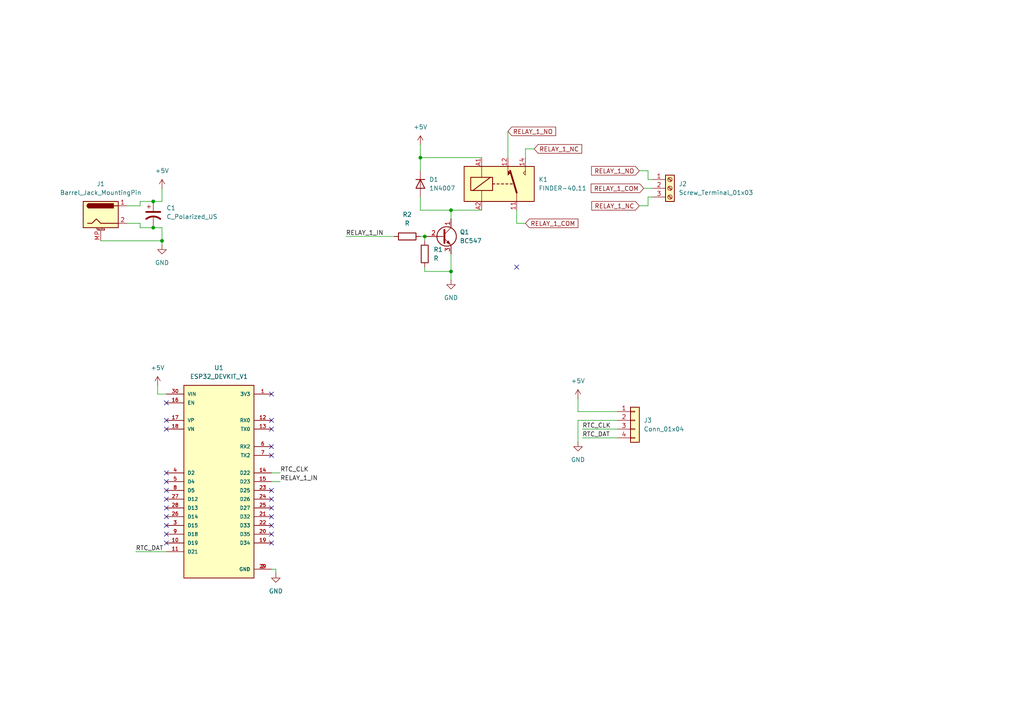
<source format=kicad_sch>
(kicad_sch (version 20231120) (generator "eeschema") (generator_version "8.0")
  (paper "A4")
  (lib_symbols
    (symbol "Connector:Barrel_Jack_MountingPin" (pin_names hide)
      (property "Reference" "J" (at 0 5.334 0))
      (property "Value" "Barrel_Jack_MountingPin" (at 1.27 -6.35 0))
      (symbol "Barrel_Jack_MountingPin_0_1"
        (rectangle (start -5.08 3.81) (end 5.08 -3.81) (stroke (width 0.254)) (fill (type background)))
        (arc (start -3.302 3.175) (mid -3.9343 2.54) (end -3.302 1.905) (stroke (width 0.254)))
        (arc (start -3.302 3.175) (mid -3.9343 2.54) (end -3.302 1.905) (stroke (width 0.254)) (fill (type outline)))
        (polyline (pts (xy 5.08 2.54) (xy 3.81 2.54)) (stroke (width 0.254)))
        (polyline (pts (xy -3.81 -2.54) (xy -2.54 -2.54) (xy -1.27 -1.27) (xy 0 -2.54) (xy 2.54 -2.54) (xy 5.08 -2.54)) (stroke (width 0.254)))
        (rectangle (start 3.683 3.175) (end -3.302 1.905) (stroke (width 0.254)) (fill (type outline)))
      )
      (symbol "Barrel_Jack_MountingPin_1_1"
        (polyline (pts (xy -1.016 -4.572) (xy 1.016 -4.572)) (stroke (width 0.1524)))
        (text "Mounting" (at 0 -4.191 0) (effects (font (size 0.381 0.381))))
        (pin passive line (at 7.62 2.54 180) (length 2.54) (name "~") (number "1"))
        (pin passive line (at 7.62 -2.54 180) (length 2.54) (name "~") (number "2"))
        (pin passive line (at 0 -7.62 90) (length 3.048) (name "MountPin") (number "MP"))
      )
    )
    (symbol "Connector:Screw_Terminal_01x03" (pin_names (offset 1.016) hide)
      (property "Reference" "J" (at 0 5.08 0))
      (property "Value" "Screw_Terminal_01x03" (at 0 -5.08 0))
      (symbol "Screw_Terminal_01x03_1_1"
        (rectangle (start -1.27 3.81) (end 1.27 -3.81) (stroke (width 0.254)) (fill (type background)))
        (circle (center 0 -2.54) (radius 0.635) (stroke (width 0.1524)))
        (polyline (pts (xy -0.5334 -2.2098) (xy 0.3302 -3.048)) (stroke (width 0.1524)))
        (polyline (pts (xy -0.5334 0.3302) (xy 0.3302 -0.508)) (stroke (width 0.1524)))
        (polyline (pts (xy -0.5334 2.8702) (xy 0.3302 2.032)) (stroke (width 0.1524)))
        (polyline (pts (xy -0.3556 -2.032) (xy 0.508 -2.8702)) (stroke (width 0.1524)))
        (polyline (pts (xy -0.3556 0.508) (xy 0.508 -0.3302)) (stroke (width 0.1524)))
        (polyline (pts (xy -0.3556 3.048) (xy 0.508 2.2098)) (stroke (width 0.1524)))
        (circle (center 0 0) (radius 0.635) (stroke (width 0.1524)))
        (circle (center 0 2.54) (radius 0.635) (stroke (width 0.1524)))
        (pin passive line (at -5.08 2.54 0) (length 3.81) (name "Pin_1") (number "1"))
        (pin passive line (at -5.08 0 0) (length 3.81) (name "Pin_2") (number "2"))
        (pin passive line (at -5.08 -2.54 0) (length 3.81) (name "Pin_3") (number "3"))
      )
    )
    (symbol "Connector_Generic:Conn_01x04" (pin_names (offset 1.016) hide)
      (property "Reference" "J" (at 0 5.08 0))
      (property "Value" "Conn_01x04" (at 0 -7.62 0))
      (symbol "Conn_01x04_1_1"
        (rectangle (start -1.27 -4.953) (end 0 -5.207) (stroke (width 0.1524)))
        (rectangle (start -1.27 -2.413) (end 0 -2.667) (stroke (width 0.1524)))
        (rectangle (start -1.27 0.127) (end 0 -0.127) (stroke (width 0.1524)))
        (rectangle (start -1.27 2.667) (end 0 2.413) (stroke (width 0.1524)))
        (rectangle (start -1.27 3.81) (end 1.27 -6.35) (stroke (width 0.254)) (fill (type background)))
        (pin passive line (at -5.08 2.54 0) (length 3.81) (name "Pin_1") (number "1"))
        (pin passive line (at -5.08 0 0) (length 3.81) (name "Pin_2") (number "2"))
        (pin passive line (at -5.08 -2.54 0) (length 3.81) (name "Pin_3") (number "3"))
        (pin passive line (at -5.08 -5.08 0) (length 3.81) (name "Pin_4") (number "4"))
      )
    )
    (symbol "Device:C_Polarized_US" (pin_numbers hide) (pin_names (offset 0.254) hide)
      (property "Reference" "C" (at 0.635 2.54 0))
      (property "Value" "C_Polarized_US" (at 0.635 -2.54 0))
      (symbol "C_Polarized_US_0_1"
        (polyline (pts (xy -2.032 0.762) (xy 2.032 0.762)) (stroke (width 0.508)))
        (polyline (pts (xy -1.778 2.286) (xy -0.762 2.286)))
        (polyline (pts (xy -1.27 1.778) (xy -1.27 2.794)))
        (arc (start 2.032 -1.27) (mid 0 -0.5572) (end -2.032 -1.27) (stroke (width 0.508)))
      )
      (symbol "C_Polarized_US_1_1"
        (pin passive line (at 0 3.81 270) (length 2.794) (name "~") (number "1"))
        (pin passive line (at 0 -3.81 90) (length 3.302) (name "~") (number "2"))
      )
    )
    (symbol "Device:R" (pin_numbers hide) (pin_names (offset 0))
      (property "Reference" "R" (at 2.032 0 90))
      (property "Value" "R" (at 0 0 90))
      (symbol "R_0_1"
        (rectangle (start -1.016 -2.54) (end 1.016 2.54) (stroke (width 0.254)))
      )
      (symbol "R_1_1"
        (pin passive line (at 0 3.81 270) (length 1.27) (name "~") (number "1"))
        (pin passive line (at 0 -3.81 90) (length 1.27) (name "~") (number "2"))
      )
    )
    (symbol "Diode:1N4007" (pin_numbers hide) (pin_names hide)
      (property "Reference" "D" (at 0 2.54 0))
      (property "Value" "1N4007" (at 0 -2.54 0))
      (symbol "1N4007_0_1"
        (polyline (pts (xy -1.27 1.27) (xy -1.27 -1.27)) (stroke (width 0.254)))
        (polyline (pts (xy 1.27 0) (xy -1.27 0)))
        (polyline (pts (xy 1.27 1.27) (xy 1.27 -1.27) (xy -1.27 0) (xy 1.27 1.27)) (stroke (width 0.254)))
      )
      (symbol "1N4007_1_1"
        (pin passive line (at -3.81 0 0) (length 2.54) (name "K") (number "1"))
        (pin passive line (at 3.81 0 180) (length 2.54) (name "A") (number "2"))
      )
    )
    (symbol "Relay:FINDER-40.11"
      (property "Reference" "K" (at 11.43 3.81 0))
      (property "Value" "FINDER-40.11" (at 11.43 1.27 0))
      (symbol "FINDER-40.11_0_0"
        (polyline (pts (xy 7.62 5.08) (xy 7.62 2.54) (xy 6.985 3.175) (xy 7.62 3.81)))
      )
      (symbol "FINDER-40.11_0_1"
        (rectangle (start -10.16 5.08) (end 10.16 -5.08) (stroke (width 0.254)) (fill (type background)))
        (rectangle (start -8.255 1.905) (end -1.905 -1.905) (stroke (width 0.254)))
        (polyline (pts (xy -7.62 -1.905) (xy -2.54 1.905)) (stroke (width 0.254)))
        (polyline (pts (xy -5.08 -5.08) (xy -5.08 -1.905)))
        (polyline (pts (xy -5.08 5.08) (xy -5.08 1.905)))
        (polyline (pts (xy -1.905 0) (xy -1.27 0)) (stroke (width 0.254)))
        (polyline (pts (xy -0.635 0) (xy 0 0)) (stroke (width 0.254)))
        (polyline (pts (xy 0.635 0) (xy 1.27 0)) (stroke (width 0.254)))
        (polyline (pts (xy 1.905 0) (xy 2.54 0)) (stroke (width 0.254)))
        (polyline (pts (xy 3.175 0) (xy 3.81 0)) (stroke (width 0.254)))
        (polyline (pts (xy 5.08 -2.54) (xy 3.175 3.81)) (stroke (width 0.508)))
        (polyline (pts (xy 5.08 -2.54) (xy 5.08 -5.08)))
        (polyline (pts (xy 2.54 5.08) (xy 2.54 2.54) (xy 3.175 3.175) (xy 2.54 3.81)) (fill (type outline)))
      )
      (symbol "FINDER-40.11_1_1"
        (pin passive line (at 5.08 -7.62 90) (length 2.54) (name "~") (number "11"))
        (pin passive line (at 2.54 7.62 270) (length 2.54) (name "~") (number "12"))
        (pin passive line (at 7.62 7.62 270) (length 2.54) (name "~") (number "14"))
        (pin passive line (at -5.08 7.62 270) (length 2.54) (name "~") (number "A1"))
        (pin passive line (at -5.08 -7.62 90) (length 2.54) (name "~") (number "A2"))
      )
    )
    (symbol "Transistor_BJT:BC547" (pin_names (offset 0) hide)
      (property "Reference" "Q" (at 5.08 1.905 0))
      (property "Value" "BC547" (at 5.08 0 0))
      (symbol "BC547_0_1"
        (polyline (pts (xy 0 0) (xy 0.635 0)))
        (polyline (pts (xy 0.635 0.635) (xy 2.54 2.54)))
        (polyline (pts (xy 0.635 -0.635) (xy 2.54 -2.54) (xy 2.54 -2.54)))
        (polyline (pts (xy 0.635 1.905) (xy 0.635 -1.905) (xy 0.635 -1.905)) (stroke (width 0.508)))
        (polyline (pts (xy 1.27 -1.778) (xy 1.778 -1.27) (xy 2.286 -2.286) (xy 1.27 -1.778) (xy 1.27 -1.778)) (fill (type outline)))
        (circle (center 1.27 0) (radius 2.8194) (stroke (width 0.254)))
      )
      (symbol "BC547_1_1"
        (pin passive line (at 2.54 5.08 270) (length 2.54) (name "C") (number "1"))
        (pin input line (at -5.08 0 0) (length 5.08) (name "B") (number "2"))
        (pin passive line (at 2.54 -5.08 90) (length 2.54) (name "E") (number "3"))
      )
    )
    (symbol "customLibraries:ESP32_DEVKIT_V1" (pin_names (offset 1.016))
      (property "Reference" "U" (at -10.16 30.48 0))
      (property "Value" "ESP32_DEVKIT_V1" (at -10.16 -30.48 0))
      (symbol "ESP32_DEVKIT_V1_0_0"
        (rectangle (start -10.16 27.94) (end 10.16 -27.94) (stroke (width 0.254)) (fill (type background)))
        (pin output line (at 15.24 25.4 180) (length 5.08) (name "3V3") (number "1"))
        (pin bidirectional line (at -15.24 -17.78 0) (length 5.08) (name "D19") (number "10"))
        (pin bidirectional line (at -15.24 -20.32 0) (length 5.08) (name "D21") (number "11"))
        (pin input line (at 15.24 17.78 180) (length 5.08) (name "RX0") (number "12"))
        (pin output line (at 15.24 15.24 180) (length 5.08) (name "TX0") (number "13"))
        (pin bidirectional line (at 15.24 2.54 180) (length 5.08) (name "D22") (number "14"))
        (pin bidirectional line (at 15.24 0 180) (length 5.08) (name "D23") (number "15"))
        (pin input line (at -15.24 22.86 0) (length 5.08) (name "EN") (number "16"))
        (pin bidirectional line (at -15.24 17.78 0) (length 5.08) (name "VP") (number "17"))
        (pin bidirectional line (at -15.24 15.24 0) (length 5.08) (name "VN") (number "18"))
        (pin bidirectional line (at 15.24 -17.78 180) (length 5.08) (name "D34") (number "19"))
        (pin power_in line (at 15.24 -25.4 180) (length 5.08) (name "GND") (number "2"))
        (pin bidirectional line (at 15.24 -15.24 180) (length 5.08) (name "D35") (number "20"))
        (pin bidirectional line (at 15.24 -10.16 180) (length 5.08) (name "D32") (number "21"))
        (pin bidirectional line (at 15.24 -12.7 180) (length 5.08) (name "D33") (number "22"))
        (pin bidirectional line (at 15.24 -2.54 180) (length 5.08) (name "D25") (number "23"))
        (pin bidirectional line (at 15.24 -5.08 180) (length 5.08) (name "D26") (number "24"))
        (pin bidirectional line (at 15.24 -7.62 180) (length 5.08) (name "D27") (number "25"))
        (pin bidirectional line (at -15.24 -10.16 0) (length 5.08) (name "D14") (number "26"))
        (pin bidirectional line (at -15.24 -5.08 0) (length 5.08) (name "D12") (number "27"))
        (pin bidirectional line (at -15.24 -7.62 0) (length 5.08) (name "D13") (number "28"))
        (pin power_in line (at 15.24 -25.4 180) (length 5.08) (name "GND") (number "29"))
        (pin bidirectional line (at -15.24 -12.7 0) (length 5.08) (name "D15") (number "3"))
        (pin input line (at -15.24 25.4 0) (length 5.08) (name "VIN") (number "30"))
        (pin bidirectional line (at -15.24 2.54 0) (length 5.08) (name "D2") (number "4"))
        (pin bidirectional line (at -15.24 0 0) (length 5.08) (name "D4") (number "5"))
        (pin input line (at 15.24 10.16 180) (length 5.08) (name "RX2") (number "6"))
        (pin output line (at 15.24 7.62 180) (length 5.08) (name "TX2") (number "7"))
        (pin bidirectional line (at -15.24 -2.54 0) (length 5.08) (name "D5") (number "8"))
        (pin bidirectional line (at -15.24 -15.24 0) (length 5.08) (name "D18") (number "9"))
      )
    )
    (symbol "power:+5V" (power) (pin_numbers hide) (pin_names (offset 0) hide)
      (property "Value" "+5V" (at 0 3.556 0))
      (symbol "+5V_0_1"
        (polyline (pts (xy -0.762 1.27) (xy 0 2.54)))
        (polyline (pts (xy 0 0) (xy 0 2.54)))
        (polyline (pts (xy 0 2.54) (xy 0.762 1.27)))
      )
      (symbol "+5V_1_1"
        (pin power_in line (at 0 0 90) (length 0) (name "~") (number "1"))
      )
    )
    (symbol "power:GND" (power) (pin_numbers hide) (pin_names (offset 0) hide)
      (property "Value" "GND" (at 0 -3.81 0))
      (symbol "GND_0_1"
        (polyline (pts (xy 0 0) (xy 0 -1.27) (xy 1.27 -1.27) (xy 0 -2.54) (xy -1.27 -1.27) (xy 0 -1.27)))
      )
      (symbol "GND_1_1"
        (pin power_in line (at 0 0 270) (length 0) (name "~") (number "1"))
      )
    )
  )
  (junction (at 121.92 45.72))
  (junction (at 130.81 60.96))
  (junction (at 44.45 66.04))
  (junction (at 123.19 68.58))
  (junction (at 130.81 78.74))
  (junction (at 44.45 58.42))
  (junction (at 46.99 69.85))
  (no_connect (at 78.74 154.94))
  (no_connect (at 78.74 142.24))
  (no_connect (at 78.74 132.08))
  (no_connect (at 48.26 116.84))
  (no_connect (at 78.74 114.3))
  (no_connect (at 78.74 121.92))
  (no_connect (at 78.74 129.54))
  (no_connect (at 78.74 149.86))
  (no_connect (at 149.86 77.47))
  (no_connect (at 48.26 124.46))
  (no_connect (at 48.26 152.4))
  (no_connect (at 48.26 147.32))
  (no_connect (at 48.26 149.86))
  (no_connect (at 48.26 137.16))
  (no_connect (at 48.26 157.48))
  (no_connect (at 78.74 152.4))
  (no_connect (at 48.26 139.7))
  (no_connect (at 48.26 154.94))
  (no_connect (at 78.74 147.32))
  (no_connect (at 78.74 124.46))
  (no_connect (at 48.26 142.24))
  (no_connect (at 48.26 121.92))
  (no_connect (at 48.26 144.78))
  (no_connect (at 78.74 144.78))
  (no_connect (at 78.74 157.48))
  (wire (pts (xy 44.45 58.42) (xy 46.99 58.42)))
  (wire (pts (xy 147.32 38.1) (xy 147.32 45.72)))
  (wire (pts (xy 149.86 64.77) (xy 152.4 64.77)))
  (wire (pts (xy 187.96 49.53) (xy 187.96 52.07)))
  (wire (pts (xy 152.4 43.18) (xy 154.94 43.18)))
  (wire (pts (xy 167.64 119.38) (xy 179.07 119.38)))
  (wire (pts (xy 45.72 111.76) (xy 45.72 114.3)))
  (wire (pts (xy 168.91 127) (xy 179.07 127)))
  (wire (pts (xy 187.96 57.15) (xy 189.23 57.15)))
  (wire (pts (xy 46.99 66.04) (xy 46.99 69.85)))
  (wire (pts (xy 185.42 49.53) (xy 187.96 49.53)))
  (wire (pts (xy 130.81 73.66) (xy 130.81 78.74)))
  (wire (pts (xy 186.69 54.61) (xy 189.23 54.61)))
  (wire (pts (xy 130.81 78.74) (xy 130.81 81.28)))
  (wire (pts (xy 130.81 60.96) (xy 139.7 60.96)))
  (wire (pts (xy 78.74 165.1) (xy 80.01 165.1)))
  (wire (pts (xy 36.83 59.69) (xy 40.64 59.69)))
  (wire (pts (xy 44.45 66.04) (xy 46.99 66.04)))
  (wire (pts (xy 130.81 60.96) (xy 130.81 63.5)))
  (wire (pts (xy 121.92 49.53) (xy 121.92 45.72)))
  (wire (pts (xy 78.74 139.7) (xy 81.28 139.7)))
  (wire (pts (xy 121.92 60.96) (xy 130.81 60.96)))
  (wire (pts (xy 167.64 115.57) (xy 167.64 119.38)))
  (wire (pts (xy 187.96 52.07) (xy 189.23 52.07)))
  (wire (pts (xy 149.86 60.96) (xy 149.86 64.77)))
  (wire (pts (xy 46.99 69.85) (xy 46.99 71.12)))
  (wire (pts (xy 40.64 64.77) (xy 40.64 66.04)))
  (wire (pts (xy 39.37 160.02) (xy 48.26 160.02)))
  (wire (pts (xy 114.3 68.58) (xy 100.33 68.58)))
  (wire (pts (xy 185.42 59.69) (xy 187.96 59.69)))
  (wire (pts (xy 123.19 78.74) (xy 130.81 78.74)))
  (wire (pts (xy 168.91 124.46) (xy 179.07 124.46)))
  (wire (pts (xy 121.92 45.72) (xy 139.7 45.72)))
  (wire (pts (xy 152.4 45.72) (xy 152.4 43.18)))
  (wire (pts (xy 78.74 137.16) (xy 81.28 137.16)))
  (wire (pts (xy 80.01 165.1) (xy 80.01 166.37)))
  (wire (pts (xy 29.21 69.85) (xy 46.99 69.85)))
  (wire (pts (xy 121.92 41.91) (xy 121.92 45.72)))
  (wire (pts (xy 40.64 58.42) (xy 44.45 58.42)))
  (wire (pts (xy 36.83 64.77) (xy 40.64 64.77)))
  (wire (pts (xy 40.64 59.69) (xy 40.64 58.42)))
  (wire (pts (xy 123.19 68.58) (xy 123.19 69.85)))
  (wire (pts (xy 46.99 54.61) (xy 46.99 58.42)))
  (wire (pts (xy 40.64 66.04) (xy 44.45 66.04)))
  (wire (pts (xy 45.72 114.3) (xy 48.26 114.3)))
  (wire (pts (xy 121.92 68.58) (xy 123.19 68.58)))
  (wire (pts (xy 167.64 121.92) (xy 167.64 128.27)))
  (wire (pts (xy 179.07 121.92) (xy 167.64 121.92)))
  (wire (pts (xy 187.96 59.69) (xy 187.96 57.15)))
  (wire (pts (xy 123.19 78.74) (xy 123.19 77.47)))
  (wire (pts (xy 121.92 57.15) (xy 121.92 60.96)))
  (label "RTC_DAT" (at 168.91 127 0))
  (label "RTC_DAT" (at 39.37 160.02 0))
  (label "RTC_CLK" (at 81.28 137.16 0))
  (label "RELAY_1_IN" (at 100.33 68.58 0))
  (label "RELAY_1_IN" (at 81.28 139.7 0))
  (label "RTC_CLK" (at 168.91 124.46 0))
  (global_label "RELAY_1_COM" (shape input) (at 152.4 64.77 0) (property "Intersheetrefs" "${INTERSHEET_REFS}" (effects (hide yes))))
  (global_label "RELAY_1_COM" (shape input) (at 186.69 54.61 180) (property "Intersheetrefs" "${INTERSHEET_REFS}" (effects (hide yes))))
  (global_label "RELAY_1_NO" (shape input) (at 147.32 38.1 0) (property "Intersheetrefs" "${INTERSHEET_REFS}" (effects (hide yes))))
  (global_label "RELAY_1_NC" (shape input) (at 185.42 59.69 180) (property "Intersheetrefs" "${INTERSHEET_REFS}" (effects (hide yes))))
  (global_label "RELAY_1_NO" (shape input) (at 185.42 49.53 180) (property "Intersheetrefs" "${INTERSHEET_REFS}" (effects (hide yes))))
  (global_label "RELAY_1_NC" (shape input) (at 154.94 43.18 0) (property "Intersheetrefs" "${INTERSHEET_REFS}" (effects (hide yes))))
  (symbol (lib_id "power:+5V") (at 45.72 111.76 0) (unit 1)
    (property "Reference" "#PWR07" (effects (hide yes)))
    (property "Value" "+5V" (at 45.72 106.68 0))
    (property "Description" "Power symbol creates a global label with name \"+5V\"" (effects (hide yes)))
  )
  (symbol (lib_id "Connector:Barrel_Jack_MountingPin") (at 29.21 62.23 0) (unit 1)
    (property "Reference" "J1" (at 29.21 53.34 0))
    (property "Value" "Barrel_Jack_MountingPin" (at 29.21 55.88 0))
    (property "Footprint" "Connector_BarrelJack:BarrelJack_Horizontal" (effects (hide yes)))
    (property "Description" "DC Barrel Jack with a mounting pin" (effects (hide yes)))
  )
  (symbol (lib_id "power:GND") (at 130.81 81.28 0) (unit 1)
    (property "Reference" "#PWR04" (effects (hide yes)))
    (property "Value" "GND" (at 130.81 86.36 0))
    (property "Description" "Power symbol creates a global label with name \"GND\" , ground" (effects (hide yes)))
  )
  (symbol (lib_id "Connector:Screw_Terminal_01x03") (at 194.31 54.61 0) (unit 1)
    (property "Reference" "J2" (at 196.85 53.3399 0) (effects (justify left)))
    (property "Value" "Screw_Terminal_01x03" (at 196.85 55.8799 0) (effects (justify left)))
    (property "Footprint" "TerminalBlock_Phoenix:TerminalBlock_Phoenix_PT-1,5-3-5.0-H_1x03_P5.00mm_Horizontal" (effects (hide yes)))
    (property "Description" "Generic screw terminal, single row, 01x03, script generated (kicad-library-utils/schlib/autogen/connector/)" (effects (hide yes)))
  )
  (symbol (lib_id "power:GND") (at 167.64 128.27 0) (unit 1)
    (property "Reference" "#PWR06" (effects (hide yes)))
    (property "Value" "GND" (at 167.64 133.35 0))
    (property "Description" "Power symbol creates a global label with name \"GND\" , ground" (effects (hide yes)))
  )
  (symbol (lib_id "power:GND") (at 80.01 166.37 0) (unit 1)
    (property "Reference" "#PWR08" (effects (hide yes)))
    (property "Value" "GND" (at 80.01 171.45 0))
    (property "Description" "Power symbol creates a global label with name \"GND\" , ground" (effects (hide yes)))
  )
  (symbol (lib_id "Relay:FINDER-40.11") (at 144.78 53.34 0) (unit 1)
    (property "Reference" "K1" (at 156.21 52.0699 0) (effects (justify left)))
    (property "Value" "FINDER-40.11" (at 156.21 54.6099 0) (effects (justify left)))
    (property "Footprint" "Relay_THT:Relay_SPDT_Finder_40.11" (effects (hide yes)))
    (property "Datasheet" "https://www.finder-relais.net/de/finder-relais-serie-40.pdf" (effects (hide yes)))
    (property "Description" "PCB SPDT relay, 10A" (effects (hide yes)))
  )
  (symbol (lib_id "Connector_Generic:Conn_01x04") (at 184.15 121.92 0) (unit 1)
    (property "Reference" "J3" (at 186.69 121.9199 0) (effects (justify left)))
    (property "Value" "Conn_01x04" (at 186.69 124.4599 0) (effects (justify left)))
    (property "Footprint" "Connector_PinHeader_2.54mm:PinHeader_1x05_P2.54mm_Vertical" (effects (hide yes)))
    (property "Description" "Generic connector, single row, 01x04, script generated (kicad-library-utils/schlib/autogen/connector/)" (effects (hide yes)))
  )
  (symbol (lib_id "Device:C_Polarized_US") (at 44.45 62.23 0) (unit 1)
    (property "Reference" "C1" (at 48.26 60.3249 0) (effects (justify left)))
    (property "Value" "C_Polarized_US" (at 48.26 62.8649 0) (effects (justify left)))
    (property "Footprint" "Capacitor_THT:CP_Radial_D8.0mm_P3.50mm" (effects (hide yes)))
    (property "Description" "Polarized capacitor, US symbol" (effects (hide yes)))
  )
  (symbol (lib_id "power:+5V") (at 167.64 115.57 0) (unit 1)
    (property "Reference" "#PWR05" (effects (hide yes)))
    (property "Value" "+5V" (at 167.64 110.49 0))
    (property "Description" "Power symbol creates a global label with name \"+5V\"" (effects (hide yes)))
  )
  (symbol (lib_id "power:+5V") (at 121.92 41.91 0) (unit 1)
    (property "Reference" "#PWR03" (effects (hide yes)))
    (property "Value" "+5V" (at 121.92 36.83 0))
    (property "Description" "Power symbol creates a global label with name \"+5V\"" (effects (hide yes)))
  )
  (symbol (lib_id "power:GND") (at 46.99 71.12 0) (unit 1)
    (property "Reference" "#PWR02" (effects (hide yes)))
    (property "Value" "GND" (at 46.99 76.2 0))
    (property "Description" "Power symbol creates a global label with name \"GND\" , ground" (effects (hide yes)))
  )
  (symbol (lib_id "Diode:1N4007") (at 121.92 53.34 270) (unit 1)
    (property "Reference" "D1" (at 124.46 52.0699 90) (effects (justify left)))
    (property "Value" "1N4007" (at 124.46 54.6099 90) (effects (justify left)))
    (property "Footprint" "Diode_THT:D_DO-41_SOD81_P10.16mm_Horizontal" (effects (hide yes)))
    (property "Datasheet" "http://www.vishay.com/docs/88503/1n4001.pdf" (effects (hide yes)))
    (property "Description" "1000V 1A General Purpose Rectifier Diode, DO-41" (effects (hide yes)))
    (property "Sim.Device" "D" (effects (hide yes)))
    (property "Sim.Pins" "1=K 2=A" (effects (hide yes)))
  )
  (symbol (lib_id "Device:R") (at 123.19 73.66 0) (unit 1)
    (property "Reference" "R1" (at 125.73 72.3899 0) (effects (justify left)))
    (property "Value" "R" (at 125.73 74.9299 0) (effects (justify left)))
    (property "Footprint" "Resistor_THT:R_Axial_DIN0207_L6.3mm_D2.5mm_P10.16mm_Horizontal" (effects (hide yes)))
    (property "Description" "Resistor" (effects (hide yes)))
  )
  (symbol (lib_id "Device:R") (at 118.11 68.58 90) (unit 1)
    (property "Reference" "R2" (at 118.11 62.23 90))
    (property "Value" "R" (at 118.11 64.77 90))
    (property "Footprint" "Resistor_THT:R_Axial_DIN0207_L6.3mm_D2.5mm_P10.16mm_Horizontal" (effects (hide yes)))
    (property "Description" "Resistor" (effects (hide yes)))
  )
  (symbol (lib_id "power:+5V") (at 46.99 54.61 0) (unit 1)
    (property "Reference" "#PWR01" (effects (hide yes)))
    (property "Value" "+5V" (at 46.99 49.53 0))
    (property "Description" "Power symbol creates a global label with name \"+5V\"" (effects (hide yes)))
  )
  (symbol (lib_id "customLibraries:ESP32_DEVKIT_V1") (at 63.5 139.7 0) (unit 1)
    (property "Reference" "U1" (at 63.5 106.68 0))
    (property "Value" "ESP32_DEVKIT_V1" (at 63.5 109.22 0))
    (property "Footprint" "customLibraries:ESP32_DEVKIT_V1" (effects (hide yes)))
    (property "MF" "Do it" (effects (hide yes)))
    (property "MAXIMUM_PACKAGE_HEIGHT" "6.8 mm" (effects (hide yes)))
    (property "Package" "None" (effects (hide yes)))
    (property "Price" "None" (effects (hide yes)))
    (property "Check_prices" "https://www.snapeda.com/parts/ESP32-DEVKIT-V1/Do+it/view-part/?ref=eda" (effects (hide yes)))
    (property "STANDARD" "Manufacturer Recommendations" (effects (hide yes)))
    (property "PARTREV" "N/A" (effects (hide yes)))
    (property "SnapEDA_Link" "https://www.snapeda.com/parts/ESP32-DEVKIT-V1/Do+it/view-part/?ref=snap" (effects (hide yes)))
    (property "MP" "ESP32-DEVKIT-V1" (effects (hide yes)))
    (property "Description_1" "\nDual core, Wi-Fi: 2.4 GHz up to 150 Mbits/s,BLE (Bluetooth Low Energy) and legacy Bluetooth, 32 bits, Up to 240 MHz\n" (effects (hide yes)))
    (property "Availability" "Not in stock" (effects (hide yes)))
    (property "MANUFACTURER" "DOIT" (effects (hide yes)))
  )
  (symbol (lib_id "Transistor_BJT:BC547") (at 128.27 68.58 0) (unit 1)
    (property "Reference" "Q1" (at 133.35 67.3099 0) (effects (justify left)))
    (property "Value" "BC547" (at 133.35 69.8499 0) (effects (justify left)))
    (property "Footprint" "Package_TO_SOT_THT:TO-92_Inline" (effects (hide yes)))
    (property "Datasheet" "https://www.onsemi.com/pub/Collateral/BC550-D.pdf" (effects (hide yes)))
    (property "Description" "0.1A Ic, 45V Vce, Small Signal NPN Transistor, TO-92" (effects (hide yes)))
  )
)
</source>
